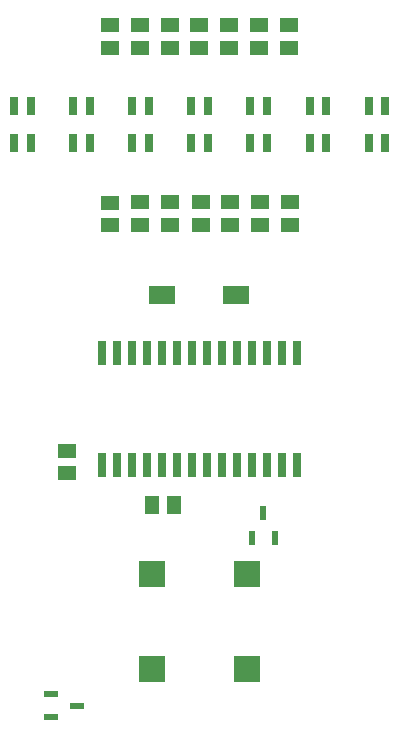
<source format=gbr>
G04 EAGLE Gerber RS-274X export*
G75*
%MOMM*%
%FSLAX34Y34*%
%LPD*%
%INSolderpaste Top*%
%IPPOS*%
%AMOC8*
5,1,8,0,0,1.08239X$1,22.5*%
G01*
%ADD10R,1.300000X1.500000*%
%ADD11R,0.700000X2.050000*%
%ADD12R,1.500000X1.300000*%
%ADD13R,2.300000X1.600000*%
%ADD14R,2.250000X2.250000*%
%ADD15R,0.800000X1.600000*%
%ADD16R,0.600000X1.300000*%
%ADD17R,1.150000X0.600000*%


D10*
X178400Y207490D03*
X159400Y207490D03*
D11*
X282250Y336840D03*
X269550Y336840D03*
X256850Y336840D03*
X244150Y336840D03*
X231450Y336840D03*
X218750Y336840D03*
X206050Y336840D03*
X193350Y336840D03*
X180650Y336840D03*
X167950Y336840D03*
X155250Y336840D03*
X142550Y336840D03*
X129850Y336840D03*
X117150Y336840D03*
X117150Y241340D03*
X129850Y241340D03*
X142550Y241340D03*
X155250Y241340D03*
X167950Y241340D03*
X180650Y241340D03*
X193350Y241340D03*
X206050Y241340D03*
X218750Y241340D03*
X231450Y241340D03*
X244150Y241340D03*
X256850Y241340D03*
X269550Y241340D03*
X282250Y241340D03*
D12*
X87940Y234970D03*
X87940Y253970D03*
X250660Y445160D03*
X250660Y464160D03*
X225260Y445160D03*
X225260Y464160D03*
X201130Y445160D03*
X201130Y464160D03*
X174460Y445160D03*
X174460Y464160D03*
X149060Y445160D03*
X149060Y464160D03*
X123660Y444652D03*
X123660Y463652D03*
X123660Y614020D03*
X123660Y595020D03*
X149060Y614020D03*
X149060Y595020D03*
X174460Y614020D03*
X174460Y595020D03*
X199540Y614180D03*
X199540Y595180D03*
X224940Y614180D03*
X224940Y595180D03*
X250340Y614180D03*
X250340Y595180D03*
X275740Y614180D03*
X275740Y595180D03*
X276060Y445160D03*
X276060Y464160D03*
D13*
X230690Y385680D03*
X167690Y385680D03*
D14*
X240000Y69360D03*
X240000Y149360D03*
X160000Y69360D03*
X160000Y149360D03*
D15*
X43000Y546000D03*
X43000Y514000D03*
X57000Y546000D03*
X57000Y514000D03*
X93000Y546000D03*
X93000Y514000D03*
X107000Y546000D03*
X107000Y514000D03*
X143000Y546000D03*
X143000Y514000D03*
X157000Y546000D03*
X157000Y514000D03*
X193000Y546000D03*
X193000Y514000D03*
X207000Y546000D03*
X207000Y514000D03*
X243000Y546000D03*
X243000Y514000D03*
X257000Y546000D03*
X257000Y514000D03*
X293000Y546000D03*
X293000Y514000D03*
X307000Y546000D03*
X307000Y514000D03*
X343000Y546000D03*
X343000Y514000D03*
X357000Y546000D03*
X357000Y514000D03*
D16*
X244500Y180000D03*
X263500Y180000D03*
X254000Y201000D03*
D17*
X74090Y47700D03*
X74090Y28500D03*
X96090Y38100D03*
M02*

</source>
